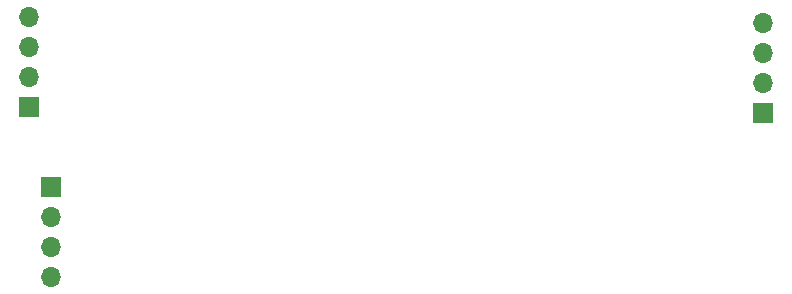
<source format=gbr>
%TF.GenerationSoftware,KiCad,Pcbnew,5.1.5+dfsg1-2build2*%
%TF.CreationDate,2021-12-28T20:55:31+01:00*%
%TF.ProjectId,Exousia,45786f75-7369-4612-9e6b-696361645f70,rev?*%
%TF.SameCoordinates,Original*%
%TF.FileFunction,Soldermask,Bot*%
%TF.FilePolarity,Negative*%
%FSLAX46Y46*%
G04 Gerber Fmt 4.6, Leading zero omitted, Abs format (unit mm)*
G04 Created by KiCad (PCBNEW 5.1.5+dfsg1-2build2) date 2021-12-28 20:55:31*
%MOMM*%
%LPD*%
G04 APERTURE LIST*
%ADD10O,1.700000X1.700000*%
%ADD11R,1.700000X1.700000*%
G04 APERTURE END LIST*
D10*
%TO.C,J3*%
X193611500Y-145643600D03*
X193611500Y-148183600D03*
X193611500Y-150723600D03*
D11*
X193611500Y-153263600D03*
%TD*%
D10*
%TO.C,J1*%
X131445000Y-145135600D03*
X131445000Y-147675600D03*
X131445000Y-150215600D03*
D11*
X131445000Y-152755600D03*
%TD*%
D10*
%TO.C,J2*%
X133350000Y-167132000D03*
X133350000Y-164592000D03*
X133350000Y-162052000D03*
D11*
X133350000Y-159512000D03*
%TD*%
M02*

</source>
